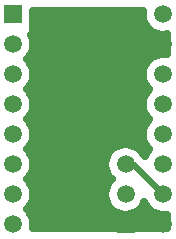
<source format=gbr>
G04 DipTrace 4.0.0.2*
G04 Bottom.gbr*
%MOIN*%
G04 #@! TF.FileFunction,Copper,L2,Bot*
G04 #@! TF.Part,Single*
G04 #@! TA.AperFunction,Conductor*
%ADD14C,0.02*%
G04 #@! TA.AperFunction,CopperBalancing*
%ADD15C,0.025*%
G04 #@! TA.AperFunction,ComponentPad*
%ADD17R,0.059055X0.059055*%
%ADD18C,0.059055*%
%ADD19R,0.059X0.059*%
%ADD20C,0.059*%
%FSLAX26Y26*%
G04*
G70*
G90*
G75*
G01*
G04 Bottom*
%LPD*%
X818700Y643700D2*
D14*
X843700D1*
X943700Y543700D1*
X514207Y1131331D2*
D15*
X874327D1*
X514207Y1106462D2*
X884304D1*
X514207Y1081594D2*
X913514D1*
X512951Y1056725D2*
X953704D1*
X513166Y1031856D2*
X953704D1*
X503441Y1006987D2*
X916313D1*
X502293Y982119D2*
X885092D1*
X512843Y957250D2*
X874579D1*
X513237Y932381D2*
X874149D1*
X503764Y907512D2*
X883621D1*
X501934Y882644D2*
X885452D1*
X512735Y857775D2*
X874687D1*
X513344Y832906D2*
X874077D1*
X504087Y808037D2*
X883298D1*
X501575Y783169D2*
X885810D1*
X512628Y758300D2*
X874794D1*
X513417Y733431D2*
X873969D1*
X504410Y708562D2*
X795705D1*
X841721D2*
X882976D1*
X501180Y683693D2*
X761186D1*
X512483Y658825D2*
X749881D1*
X513489Y633956D2*
X748877D1*
X504733Y609087D2*
X757632D1*
X500821Y584218D2*
X761544D1*
X512376Y559350D2*
X749989D1*
X513561Y534481D2*
X748805D1*
X505056Y509612D2*
X757346D1*
X500427Y484743D2*
X782249D1*
X855142D2*
X907305D1*
X512233Y459875D2*
X953704D1*
X513632Y435006D2*
X953704D1*
X881209Y516928D2*
X876703Y508155D1*
X870428Y499520D1*
X862880Y491972D1*
X854245Y485697D1*
X844733Y480851D1*
X834581Y477552D1*
X824037Y475882D1*
X813363D1*
X802819Y477552D1*
X792667Y480851D1*
X783155Y485697D1*
X774520Y491972D1*
X766972Y499520D1*
X760697Y508155D1*
X755851Y517667D1*
X752552Y527819D1*
X750882Y538363D1*
Y549037D1*
X752552Y559581D1*
X755851Y569733D1*
X760697Y579245D1*
X766972Y587880D1*
X772604Y593658D1*
X766972Y599520D1*
X760697Y608155D1*
X755851Y617667D1*
X752552Y627819D1*
X750882Y638363D1*
Y649037D1*
X752552Y659581D1*
X755851Y669733D1*
X760697Y679245D1*
X766972Y687880D1*
X774520Y695428D1*
X783155Y701703D1*
X792667Y706549D1*
X802819Y709848D1*
X813363Y711518D1*
X824037D1*
X834581Y709848D1*
X844733Y706549D1*
X854245Y701703D1*
X862880Y695428D1*
X870428Y687880D1*
X876713Y679226D1*
X882560Y673430D1*
X885721Y679230D1*
X891993Y687863D1*
X897654Y693666D1*
X891993Y699537D1*
X885721Y708170D1*
X880876Y717678D1*
X877579Y727826D1*
X875910Y738365D1*
Y749035D1*
X877579Y759574D1*
X880876Y769722D1*
X885721Y779230D1*
X891993Y787863D1*
X897654Y793666D1*
X891993Y799537D1*
X885721Y808170D1*
X880876Y817678D1*
X877579Y827826D1*
X875910Y838365D1*
Y849035D1*
X877579Y859574D1*
X880876Y869722D1*
X885721Y879230D1*
X891993Y887863D1*
X897654Y893666D1*
X891993Y899537D1*
X885721Y908170D1*
X880876Y917678D1*
X877579Y927826D1*
X875910Y938365D1*
Y949035D1*
X877579Y959574D1*
X880876Y969722D1*
X885721Y979230D1*
X891993Y987863D1*
X899537Y995407D1*
X908170Y1001679D1*
X917678Y1006524D1*
X927826Y1009821D1*
X938365Y1011490D1*
X949035D1*
X956199Y1010493D1*
X956200Y1076884D1*
X949035Y1075910D1*
X938365D1*
X927826Y1077579D1*
X917678Y1080876D1*
X908170Y1085721D1*
X899537Y1091993D1*
X891993Y1099537D1*
X885721Y1108170D1*
X880876Y1117678D1*
X877579Y1127826D1*
X875910Y1138365D1*
Y1149035D1*
X876856Y1156200D1*
X511734D1*
X511700Y1075700D1*
X503697D1*
X506524Y1069722D1*
X509821Y1059574D1*
X511490Y1049035D1*
Y1038365D1*
X509821Y1027826D1*
X506524Y1017678D1*
X501679Y1008170D1*
X495407Y999537D1*
X489746Y993734D1*
X495407Y987863D1*
X501679Y979230D1*
X506524Y969722D1*
X509821Y959574D1*
X511490Y949035D1*
Y938365D1*
X509821Y927826D1*
X506524Y917678D1*
X501679Y908170D1*
X495407Y899537D1*
X489746Y893734D1*
X495407Y887863D1*
X501679Y879230D1*
X506524Y869722D1*
X509821Y859574D1*
X511490Y849035D1*
Y838365D1*
X509821Y827826D1*
X506524Y817678D1*
X501679Y808170D1*
X495407Y799537D1*
X489746Y793734D1*
X495407Y787863D1*
X501679Y779230D1*
X506524Y769722D1*
X509821Y759574D1*
X511490Y749035D1*
Y738365D1*
X509821Y727826D1*
X506524Y717678D1*
X501679Y708170D1*
X495407Y699537D1*
X489746Y693734D1*
X495407Y687863D1*
X501679Y679230D1*
X506524Y669722D1*
X509821Y659574D1*
X511490Y649035D1*
Y638365D1*
X509821Y627826D1*
X506524Y617678D1*
X501679Y608170D1*
X495407Y599537D1*
X489746Y593734D1*
X495407Y587863D1*
X501679Y579230D1*
X506524Y569722D1*
X509821Y559574D1*
X511490Y549035D1*
Y538365D1*
X509821Y527826D1*
X506524Y517678D1*
X501679Y508170D1*
X495407Y499537D1*
X489746Y493734D1*
X495407Y487863D1*
X501679Y479230D1*
X506524Y469722D1*
X509821Y459574D1*
X511490Y449035D1*
Y438365D1*
X510544Y431200D1*
X956190D1*
X956200Y476829D1*
X949035Y475910D1*
X938365D1*
X927826Y477579D1*
X917678Y480876D1*
X908170Y485721D1*
X899537Y491993D1*
X891993Y499537D1*
X885721Y508170D1*
X881234Y516901D1*
D17*
X818700Y443700D3*
D18*
Y543700D3*
Y643700D3*
D19*
X443700Y1143700D3*
D20*
Y1043700D3*
Y943700D3*
Y843700D3*
Y743700D3*
Y643700D3*
Y543700D3*
Y443700D3*
X943700D3*
Y543700D3*
Y643700D3*
Y743700D3*
Y843700D3*
Y943700D3*
Y1043700D3*
Y1143700D3*
M02*

</source>
